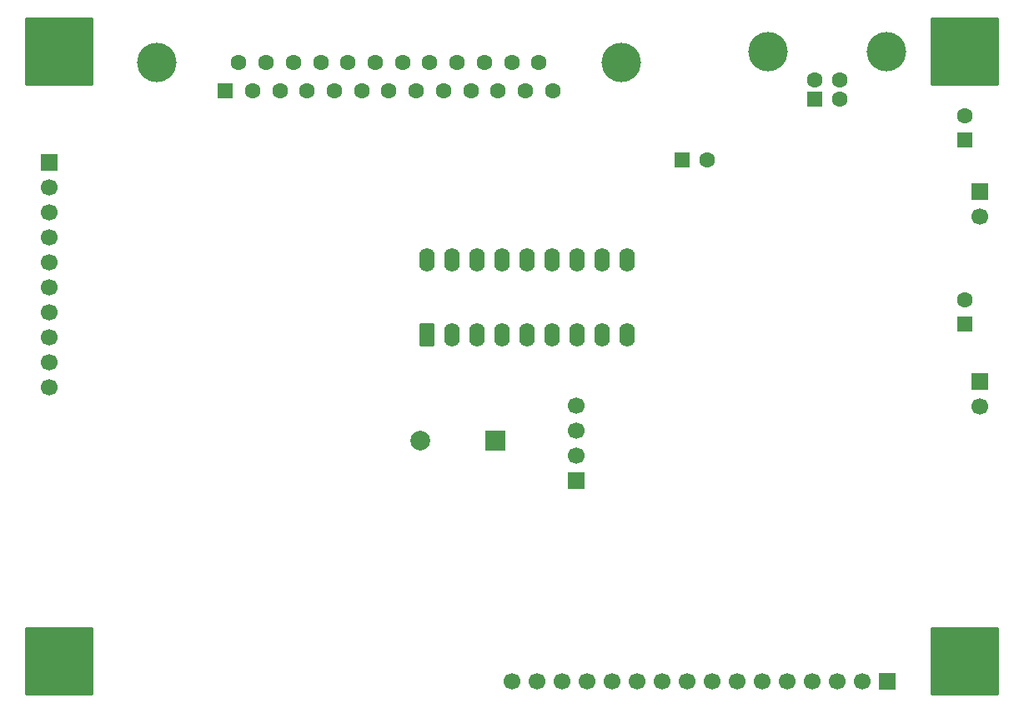
<source format=gbr>
%TF.GenerationSoftware,KiCad,Pcbnew,9.0.2-2.fc42*%
%TF.CreationDate,2025-06-06T11:43:54+08:00*%
%TF.ProjectId,wired_console_k9ay,77697265-645f-4636-9f6e-736f6c655f6b,rev?*%
%TF.SameCoordinates,Original*%
%TF.FileFunction,Soldermask,Bot*%
%TF.FilePolarity,Negative*%
%FSLAX46Y46*%
G04 Gerber Fmt 4.6, Leading zero omitted, Abs format (unit mm)*
G04 Created by KiCad (PCBNEW 9.0.2-2.fc42) date 2025-06-06 11:43:54*
%MOMM*%
%LPD*%
G01*
G04 APERTURE LIST*
G04 Aperture macros list*
%AMRoundRect*
0 Rectangle with rounded corners*
0 $1 Rounding radius*
0 $2 $3 $4 $5 $6 $7 $8 $9 X,Y pos of 4 corners*
0 Add a 4 corners polygon primitive as box body*
4,1,4,$2,$3,$4,$5,$6,$7,$8,$9,$2,$3,0*
0 Add four circle primitives for the rounded corners*
1,1,$1+$1,$2,$3*
1,1,$1+$1,$4,$5*
1,1,$1+$1,$6,$7*
1,1,$1+$1,$8,$9*
0 Add four rect primitives between the rounded corners*
20,1,$1+$1,$2,$3,$4,$5,0*
20,1,$1+$1,$4,$5,$6,$7,0*
20,1,$1+$1,$6,$7,$8,$9,0*
20,1,$1+$1,$8,$9,$2,$3,0*%
G04 Aperture macros list end*
%ADD10RoundRect,0.249998X-3.250002X-3.250002X3.250002X-3.250002X3.250002X3.250002X-3.250002X3.250002X0*%
%ADD11RoundRect,0.250000X0.550000X-0.950000X0.550000X0.950000X-0.550000X0.950000X-0.550000X-0.950000X0*%
%ADD12O,1.600000X2.400000*%
%ADD13R,1.600000X1.600000*%
%ADD14C,1.600000*%
%ADD15C,4.000000*%
%ADD16R,1.700000X1.700000*%
%ADD17C,1.700000*%
%ADD18RoundRect,0.250000X-0.550000X-0.550000X0.550000X-0.550000X0.550000X0.550000X-0.550000X0.550000X0*%
%ADD19RoundRect,0.250000X0.550000X-0.550000X0.550000X0.550000X-0.550000X0.550000X-0.550000X-0.550000X0*%
%ADD20R,2.000000X2.000000*%
%ADD21C,2.000000*%
G04 APERTURE END LIST*
D10*
%TO.C,J11*%
X162500000Y-99000000D03*
%TD*%
%TO.C,J10*%
X70500000Y-99000000D03*
%TD*%
%TO.C,J9*%
X162500000Y-37000000D03*
%TD*%
%TO.C,J8*%
X70500000Y-37000000D03*
%TD*%
D11*
%TO.C,U10*%
X107840000Y-65810000D03*
D12*
X110380000Y-65810000D03*
X112920000Y-65810000D03*
X115460000Y-65810000D03*
X118000000Y-65810000D03*
X120540000Y-65810000D03*
X123080000Y-65810000D03*
X125620000Y-65810000D03*
X128160000Y-65810000D03*
X128160000Y-58190000D03*
X125620000Y-58190000D03*
X123080000Y-58190000D03*
X120540000Y-58190000D03*
X118000000Y-58190000D03*
X115460000Y-58190000D03*
X112920000Y-58190000D03*
X110380000Y-58190000D03*
X107840000Y-58190000D03*
%TD*%
D13*
%TO.C,J7*%
X147250000Y-41860000D03*
D14*
X149750000Y-41860000D03*
X149750000Y-39860000D03*
X147250000Y-39860000D03*
D15*
X142500000Y-37000000D03*
X154500000Y-37000000D03*
%TD*%
%TO.C,J6*%
X127565000Y-38140000D03*
X80465000Y-38140000D03*
D13*
X87395000Y-40980000D03*
D14*
X90165000Y-40980000D03*
X92935000Y-40980000D03*
X95705000Y-40980000D03*
X98475000Y-40980000D03*
X101245000Y-40980000D03*
X104015000Y-40980000D03*
X106785000Y-40980000D03*
X109555000Y-40980000D03*
X112325000Y-40980000D03*
X115095000Y-40980000D03*
X117865000Y-40980000D03*
X120635000Y-40980000D03*
X88780000Y-38140000D03*
X91550000Y-38140000D03*
X94320000Y-38140000D03*
X97090000Y-38140000D03*
X99860000Y-38140000D03*
X102630000Y-38140000D03*
X105400000Y-38140000D03*
X108170000Y-38140000D03*
X110940000Y-38140000D03*
X113710000Y-38140000D03*
X116480000Y-38140000D03*
X119250000Y-38140000D03*
%TD*%
D16*
%TO.C,J5*%
X69500000Y-48260000D03*
D17*
X69500000Y-50800000D03*
X69500000Y-53340000D03*
X69500000Y-55880000D03*
X69500000Y-58420000D03*
X69500000Y-60960000D03*
X69500000Y-63500000D03*
X69500000Y-66040000D03*
X69500000Y-68580000D03*
X69500000Y-71120000D03*
%TD*%
D16*
%TO.C,J4*%
X164000000Y-51225000D03*
D17*
X164000000Y-53765000D03*
%TD*%
D16*
%TO.C,J3*%
X164000000Y-70500000D03*
D17*
X164000000Y-73040000D03*
%TD*%
D16*
%TO.C,J2*%
X123000000Y-80580000D03*
D17*
X123000000Y-78040000D03*
X123000000Y-75500000D03*
X123000000Y-72960000D03*
%TD*%
D18*
%TO.C,C36*%
X133794888Y-48000000D03*
D14*
X136294888Y-48000000D03*
%TD*%
D19*
%TO.C,C27*%
X162500000Y-64705113D03*
D14*
X162500000Y-62205113D03*
%TD*%
D19*
%TO.C,C18*%
X162500000Y-46000000D03*
D14*
X162500000Y-43500000D03*
%TD*%
D20*
%TO.C,BZ1*%
X114800000Y-76500000D03*
D21*
X107200000Y-76500000D03*
%TD*%
D16*
%TO.C,J1*%
X154580000Y-101000000D03*
D17*
X152040000Y-101000000D03*
X149500000Y-101000000D03*
X146960000Y-101000000D03*
X144420000Y-101000000D03*
X141880000Y-101000000D03*
X139340000Y-101000000D03*
X136800000Y-101000000D03*
X134260000Y-101000000D03*
X131720000Y-101000000D03*
X129180000Y-101000000D03*
X126640000Y-101000000D03*
X124100000Y-101000000D03*
X121560000Y-101000000D03*
X119020000Y-101000000D03*
X116480000Y-101000000D03*
%TD*%
M02*

</source>
